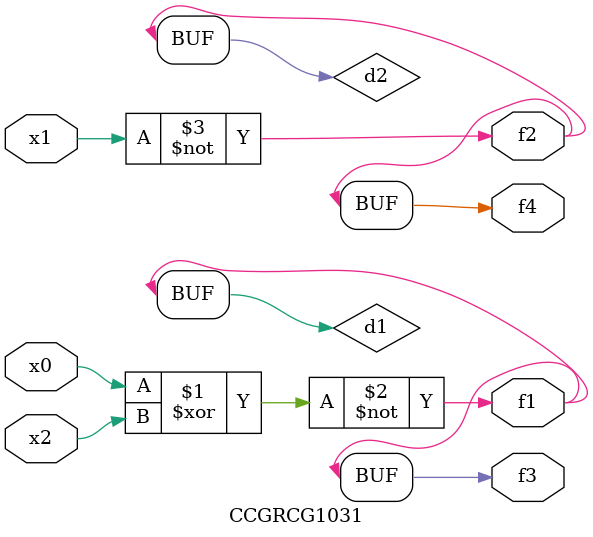
<source format=v>
module CCGRCG1031(
	input x0, x1, x2,
	output f1, f2, f3, f4
);

	wire d1, d2, d3;

	xnor (d1, x0, x2);
	nand (d2, x1);
	nor (d3, x1, x2);
	assign f1 = d1;
	assign f2 = d2;
	assign f3 = d1;
	assign f4 = d2;
endmodule

</source>
